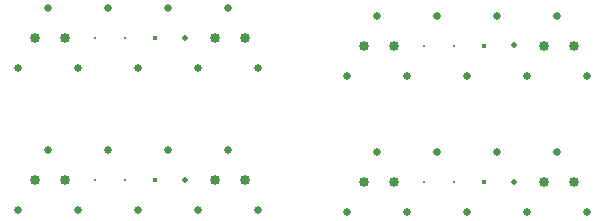
<source format=gbs>
%MOIN*%
%OFA0B0*%
%FSLAX46Y46*%
%IPPOS*%
%LPD*%
%ADD10C,0.025*%
%ADD11C,0.01968503937007874*%
%ADD12C,0.015748031496062995*%
%ADD13C,0.011811023622047244*%
%ADD14C,0.00984251968503937*%
%ADD15C,0.033464566929133861*%
%ADD26C,0.025*%
%ADD27C,0.01968503937007874*%
%ADD28C,0.015748031496062995*%
%ADD29C,0.011811023622047244*%
%ADD30C,0.00984251968503937*%
%ADD31C,0.033464566929133861*%
%ADD32C,0.025*%
%ADD33C,0.01968503937007874*%
%ADD34C,0.015748031496062995*%
%ADD35C,0.011811023622047244*%
%ADD36C,0.00984251968503937*%
%ADD37C,0.033464566929133861*%
%ADD38C,0.025*%
%ADD39C,0.01968503937007874*%
%ADD40C,0.015748031496062995*%
%ADD41C,0.011811023622047244*%
%ADD42C,0.00984251968503937*%
%ADD43C,0.033464566929133861*%
G01*
D10*
X-0004370078Y0004409448D02*
X0001442421Y0003005948D03*
X0000842421Y0003005448D03*
X0001042421Y0003005448D03*
X0001242421Y0003005948D03*
X0000642421Y0003005448D03*
X0000742421Y0003205448D03*
X0000942421Y0003205448D03*
X0001342421Y0003205448D03*
X0001142421Y0003205448D03*
D11*
X0001198421Y0003106948D03*
D12*
X0001098421Y0003105948D03*
D13*
X0000998421Y0003105448D03*
D14*
X0000898421Y0003105448D03*
D15*
X0001397421Y0003105948D03*
X0000797421Y0003105448D03*
X0001297421Y0003105448D03*
X0000697421Y0003105448D03*
G04 next file*
G04 #@! TF.GenerationSoftware,KiCad,Pcbnew,(5.1.12)-1*
G04 #@! TF.CreationDate,2022-03-29T21:33:58+08:00*
G04 #@! TF.ProjectId,Nozzle,4e6f7a7a-6c65-42e6-9b69-6361645f7063,Gen3.1b*
G04 #@! TF.SameCoordinates,Original*
G04 #@! TF.FileFunction,Soldermask,Bot*
G04 #@! TF.FilePolarity,Negative*
G04 Gerber Fmt 4.6, Leading zero omitted, Abs format (unit mm)*
G04 Created by KiCad (PCBNEW (5.1.12)-1) date 2022-03-29 21:33:58*
G01*
G04 APERTURE LIST*
G04 APERTURE END LIST*
D26*
X-0004370078Y0004881889D02*
X0001442421Y0003478389D03*
X0000842421Y0003477889D03*
X0001042421Y0003477889D03*
X0001242421Y0003478389D03*
X0000642421Y0003477889D03*
X0000742421Y0003677889D03*
X0000942421Y0003677889D03*
X0001342421Y0003677889D03*
X0001142421Y0003677889D03*
D27*
X0001198421Y0003579389D03*
D28*
X0001098421Y0003578389D03*
D29*
X0000998421Y0003577889D03*
D30*
X0000898421Y0003577889D03*
D31*
X0001397421Y0003578389D03*
X0000797421Y0003577889D03*
X0001297421Y0003577889D03*
X0000697421Y0003577889D03*
G04 next file*
G04 #@! TF.GenerationSoftware,KiCad,Pcbnew,(5.1.12)-1*
G04 #@! TF.CreationDate,2022-03-29T21:33:58+08:00*
G04 #@! TF.ProjectId,Nozzle,4e6f7a7a-6c65-42e6-9b69-6361645f7063,Gen3.1b*
G04 #@! TF.SameCoordinates,Original*
G04 #@! TF.FileFunction,Soldermask,Bot*
G04 #@! TF.FilePolarity,Negative*
G04 Gerber Fmt 4.6, Leading zero omitted, Abs format (unit mm)*
G04 Created by KiCad (PCBNEW (5.1.12)-1) date 2022-03-29 21:33:58*
G01*
G04 APERTURE LIST*
G04 APERTURE END LIST*
D32*
X-0003273795Y0004403387D02*
X0002538704Y0002999887D03*
X0001938704Y0002999387D03*
X0002138704Y0002999387D03*
X0002338704Y0002999887D03*
X0001738704Y0002999387D03*
X0001838704Y0003199387D03*
X0002038704Y0003199387D03*
X0002438704Y0003199387D03*
X0002238704Y0003199387D03*
D33*
X0002294704Y0003100887D03*
D34*
X0002194704Y0003099887D03*
D35*
X0002094704Y0003099387D03*
D36*
X0001994704Y0003099387D03*
D37*
X0002493704Y0003099887D03*
X0001893704Y0003099387D03*
X0002393704Y0003099387D03*
X0001793704Y0003099387D03*
G04 next file*
G04 #@! TF.GenerationSoftware,KiCad,Pcbnew,(5.1.12)-1*
G04 #@! TF.CreationDate,2022-03-29T21:33:58+08:00*
G04 #@! TF.ProjectId,Nozzle,4e6f7a7a-6c65-42e6-9b69-6361645f7063,Gen3.1b*
G04 #@! TF.SameCoordinates,Original*
G04 #@! TF.FileFunction,Soldermask,Bot*
G04 #@! TF.FilePolarity,Negative*
G04 Gerber Fmt 4.6, Leading zero omitted, Abs format (unit mm)*
G04 Created by KiCad (PCBNEW (5.1.12)-1) date 2022-03-29 21:33:58*
G01*
G04 APERTURE LIST*
G04 APERTURE END LIST*
D38*
X-0003273795Y0004857717D02*
X0002538704Y0003454217D03*
X0001938704Y0003453717D03*
X0002138704Y0003453717D03*
X0002338704Y0003454217D03*
X0001738704Y0003453717D03*
X0001838704Y0003653717D03*
X0002038704Y0003653717D03*
X0002438704Y0003653717D03*
X0002238704Y0003653717D03*
D39*
X0002294704Y0003555217D03*
D40*
X0002194704Y0003554217D03*
D41*
X0002094704Y0003553717D03*
D42*
X0001994704Y0003553717D03*
D43*
X0002493704Y0003554217D03*
X0001893704Y0003553717D03*
X0002393704Y0003553717D03*
X0001793704Y0003553717D03*
M02*
</source>
